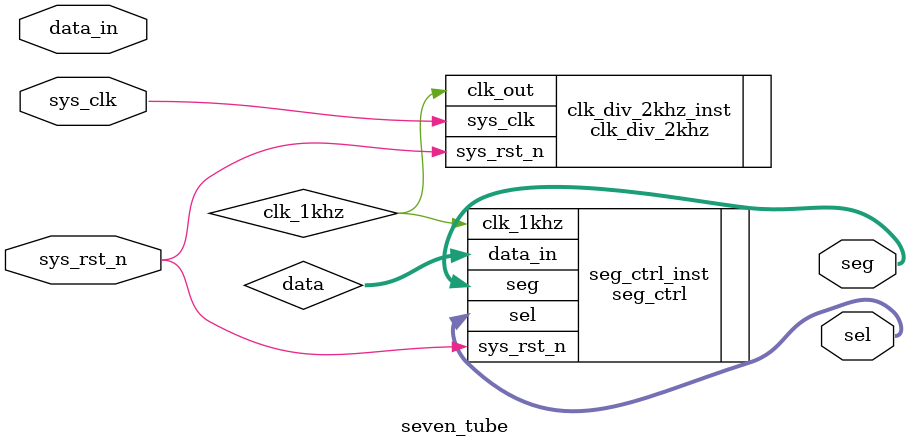
<source format=v>
module seven_tube (
    input sys_clk,
    input sys_rst_n,
    input [23:0] data_in,
    output [2:0] sel,
    output [7:0] seg
);
    wire clk_1khz;
    wire [23:0] data;

    clk_div_2khz clk_div_2khz_inst (
        .sys_clk(sys_clk),
        .sys_rst_n(sys_rst_n),
        .clk_out(clk_1khz)
    );

    seg_ctrl seg_ctrl_inst (
        .clk_1khz(clk_1khz),
        .sys_rst_n(sys_rst_n),
        .data_in(data),
        .sel(sel),
        .seg(seg)
    );
endmodule
</source>
